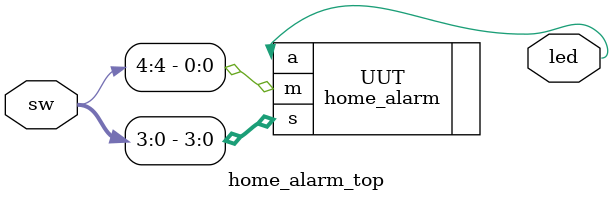
<source format=v>
module home_alarm_top(sw,led);
input[4:0] sw;
output [0:0] led;
home_alarm UUT(.a(led),.s(sw[3:0]),.m(sw[4]));
endmodule

</source>
